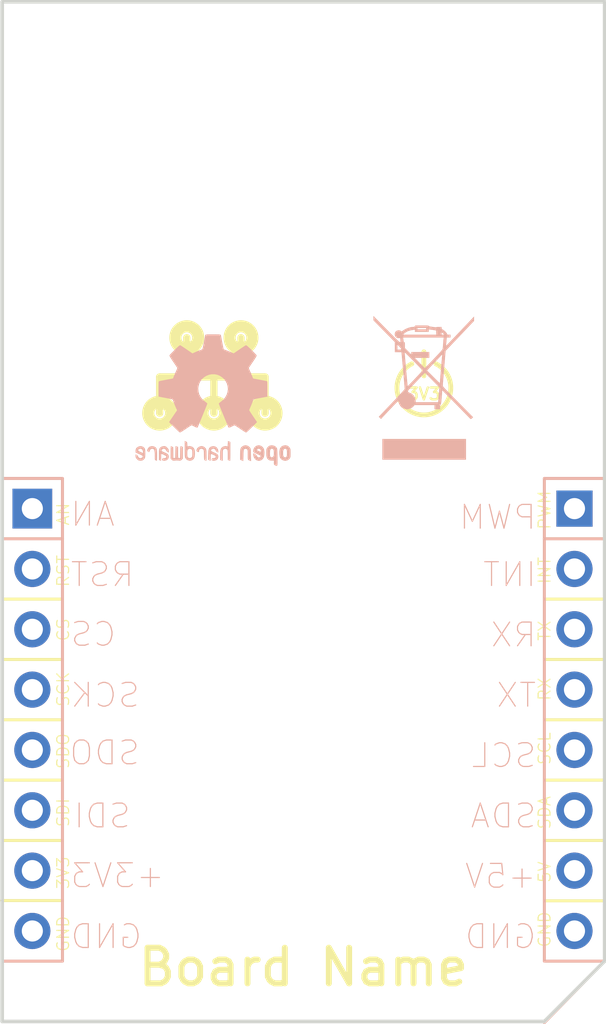
<source format=kicad_pcb>
(kicad_pcb (version 20171130) (host pcbnew "(5.0.1-3-g963ef8bb5)")

  (general
    (thickness 1.6)
    (drawings 9)
    (tracks 0)
    (zones 0)
    (modules 4)
    (nets 16)
  )

  (page A4)
  (layers
    (0 F.Cu signal)
    (31 B.Cu signal)
    (32 B.Adhes user)
    (33 F.Adhes user)
    (34 B.Paste user)
    (35 F.Paste user)
    (36 B.SilkS user)
    (37 F.SilkS user)
    (38 B.Mask user)
    (39 F.Mask user)
    (40 Dwgs.User user)
    (41 Cmts.User user)
    (42 Eco1.User user)
    (43 Eco2.User user)
    (44 Edge.Cuts user)
    (45 Margin user)
    (46 B.CrtYd user)
    (47 F.CrtYd user)
    (48 B.Fab user)
    (49 F.Fab user)
  )

  (setup
    (last_trace_width 0.25)
    (trace_clearance 0.2)
    (zone_clearance 0.508)
    (zone_45_only no)
    (trace_min 0.2)
    (segment_width 0.2)
    (edge_width 0.15)
    (via_size 0.8)
    (via_drill 0.4)
    (via_min_size 0.4)
    (via_min_drill 0.3)
    (uvia_size 0.3)
    (uvia_drill 0.1)
    (uvias_allowed no)
    (uvia_min_size 0.2)
    (uvia_min_drill 0.1)
    (pcb_text_width 0.3)
    (pcb_text_size 1.5 1.5)
    (mod_edge_width 0.15)
    (mod_text_size 1 1)
    (mod_text_width 0.15)
    (pad_size 1.524 1.524)
    (pad_drill 0.762)
    (pad_to_mask_clearance 0.051)
    (solder_mask_min_width 0.25)
    (aux_axis_origin 0 0)
    (visible_elements FFFFFF7F)
    (pcbplotparams
      (layerselection 0x010fc_ffffffff)
      (usegerberextensions false)
      (usegerberattributes false)
      (usegerberadvancedattributes false)
      (creategerberjobfile false)
      (excludeedgelayer true)
      (linewidth 0.100000)
      (plotframeref false)
      (viasonmask false)
      (mode 1)
      (useauxorigin false)
      (hpglpennumber 1)
      (hpglpenspeed 20)
      (hpglpendiameter 15.000000)
      (psnegative false)
      (psa4output false)
      (plotreference true)
      (plotvalue true)
      (plotinvisibletext false)
      (padsonsilk false)
      (subtractmaskfromsilk false)
      (outputformat 1)
      (mirror false)
      (drillshape 1)
      (scaleselection 1)
      (outputdirectory ""))
  )

  (net 0 "")
  (net 1 "Net-(CON101-PadP3)")
  (net 2 "Net-(CON101-PadP4)")
  (net 3 "Net-(CON101-PadP5)")
  (net 4 "Net-(CON101-PadP6)")
  (net 5 +3V3)
  (net 6 GND)
  (net 7 +5V)
  (net 8 "Net-(CON101-PadP11)")
  (net 9 "Net-(CON101-PadP12)")
  (net 10 "Net-(CON101-PadP13)")
  (net 11 "Net-(CON101-PadP14)")
  (net 12 "Net-(CON101-PadP1)")
  (net 13 "Net-(CON101-PadP2)")
  (net 14 "Net-(CON101-PadP15)")
  (net 15 "Net-(CON101-PadP16)")

  (net_class Default "This is the default net class."
    (clearance 0.2)
    (trace_width 0.25)
    (via_dia 0.8)
    (via_drill 0.4)
    (uvia_dia 0.3)
    (uvia_drill 0.1)
    (add_net +3V3)
    (add_net +5V)
    (add_net GND)
    (add_net "Net-(CON101-PadP1)")
    (add_net "Net-(CON101-PadP11)")
    (add_net "Net-(CON101-PadP12)")
    (add_net "Net-(CON101-PadP13)")
    (add_net "Net-(CON101-PadP14)")
    (add_net "Net-(CON101-PadP15)")
    (add_net "Net-(CON101-PadP16)")
    (add_net "Net-(CON101-PadP2)")
    (add_net "Net-(CON101-PadP3)")
    (add_net "Net-(CON101-PadP4)")
    (add_net "Net-(CON101-PadP5)")
    (add_net "Net-(CON101-PadP6)")
  )

  (module mikroBUS:MIKROBUS_MODULE_CONN (layer F.Cu) (tedit 5C63120E) (tstamp 5C65203B)
    (at 147.066 98.552)
    (tags mikrobus)
    (path /5C620177)
    (fp_text reference CON101 (at 9.906 -0.254) (layer F.Fab)
      (effects (font (size 1 0.9) (thickness 0.05)))
    )
    (fp_text value MIKROBUS_MODULE_CONN (at 11.8 18) (layer F.SilkS) hide
      (effects (font (size 4 3.5) (thickness 0.15)))
    )
    (fp_line (start 21.59 1.27) (end 24.13 1.27) (layer F.SilkS) (width 0.127))
    (fp_line (start -1.27 1.27) (end 1.27 1.27) (layer F.SilkS) (width 0.127))
    (fp_line (start 24.13 19.05) (end 21.6 21.64) (layer F.Fab) (width 0.127))
    (fp_text user AN (at 1.3 0.235 90) (layer F.SilkS)
      (effects (font (size 0.5 0.5) (thickness 0.05)))
    )
    (fp_text user RST (at 1.3 2.623639 90) (layer F.SilkS)
      (effects (font (size 0.5 0.5) (thickness 0.05)))
    )
    (fp_text user CS (at 1.3 5.1 90) (layer F.SilkS)
      (effects (font (size 0.5 0.5) (thickness 0.05)))
    )
    (fp_text user SCK (at 1.3 7.6 90) (layer F.SilkS)
      (effects (font (size 0.5 0.5) (thickness 0.05)))
    )
    (fp_text user SDO (at 1.3 10.206221 90) (layer F.SilkS)
      (effects (font (size 0.5 0.5) (thickness 0.05)))
    )
    (fp_text user SDI (at 1.3 12.797241 90) (layer F.SilkS)
      (effects (font (size 0.5 0.5) (thickness 0.05)))
    )
    (fp_text user 3V3 (at 1.3 15.328737 90) (layer F.SilkS)
      (effects (font (size 0.5 0.5) (thickness 0.05)))
    )
    (fp_text user GND (at 1.3 17.9 90) (layer F.SilkS)
      (effects (font (size 0.5 0.5) (thickness 0.05)))
    )
    (fp_text user GND (at 21.597534 17.715 90) (layer F.SilkS)
      (effects (font (size 0.5 0.5) (thickness 0.05)))
    )
    (fp_text user 5V (at 21.597534 15.3 90) (layer F.SilkS)
      (effects (font (size 0.5 0.5) (thickness 0.05)))
    )
    (fp_text user SDA (at 21.597534 12.8 90) (layer F.SilkS)
      (effects (font (size 0.5 0.5) (thickness 0.05)))
    )
    (fp_text user SCL (at 21.597534 10.1 90) (layer F.SilkS)
      (effects (font (size 0.5 0.5) (thickness 0.05)))
    )
    (fp_text user RX (at 21.597534 7.6 90) (layer F.SilkS)
      (effects (font (size 0.5 0.5) (thickness 0.05)))
    )
    (fp_text user TX (at 21.597534 5.141427 90) (layer F.SilkS)
      (effects (font (size 0.5 0.5) (thickness 0.05)))
    )
    (fp_text user INT (at 21.597534 2.6 90) (layer F.SilkS)
      (effects (font (size 0.5 0.5) (thickness 0.05)))
    )
    (fp_text user PWM (at 21.597534 0.062 90) (layer F.SilkS)
      (effects (font (size 0.5 0.5) (thickness 0.05)))
    )
    (fp_text user AN (at 2.548191 0.235) (layer B.SilkS)
      (effects (font (size 1 1) (thickness 0.05)) (justify mirror))
    )
    (fp_text user RST (at 2.952953 2.775) (layer B.SilkS)
      (effects (font (size 1 1) (thickness 0.05)) (justify mirror))
    )
    (fp_text user CS (at 2.572 5.2896) (layer B.SilkS)
      (effects (font (size 1 1) (thickness 0.05)) (justify mirror))
    )
    (fp_text user SCK (at 3.072 7.855) (layer B.SilkS)
      (effects (font (size 1 1) (thickness 0.05)) (justify mirror))
    )
    (fp_text user SDO (at 3.05 10.28) (layer B.SilkS)
      (effects (font (size 1 1) (thickness 0.05)) (justify mirror))
    )
    (fp_text user SDI (at 2.95 12.935) (layer B.SilkS)
      (effects (font (size 1 1) (thickness 0.05)) (justify mirror))
    )
    (fp_text user +3V3 (at 3.59581 15.4496) (layer B.SilkS)
      (effects (font (size 1 1) (thickness 0.05)) (justify mirror))
    )
    (fp_text user GND (at 3.119619 18.015) (layer B.SilkS)
      (effects (font (size 1 1) (thickness 0.05)) (justify mirror))
    )
    (fp_text user GND (at 19.743847 18.015) (layer B.SilkS)
      (effects (font (size 1 1) (thickness 0.05)) (justify mirror))
    )
    (fp_text user +5V (at 19.743847 15.475) (layer B.SilkS)
      (effects (font (size 1 1) (thickness 0.05)) (justify mirror))
    )
    (fp_text user SDA (at 19.862895 12.935) (layer B.SilkS)
      (effects (font (size 1 1) (thickness 0.05)) (justify mirror))
    )
    (fp_text user SCL (at 19.886704 10.395) (layer B.SilkS)
      (effects (font (size 1 1) (thickness 0.05)) (justify mirror))
    )
    (fp_text user TX (at 20.410514 7.855) (layer B.SilkS)
      (effects (font (size 1 1) (thickness 0.05)) (justify mirror))
    )
    (fp_text user RX (at 20.291466 5.315) (layer B.SilkS)
      (effects (font (size 1 1) (thickness 0.05)) (justify mirror))
    )
    (fp_text user INT (at 20.1248 2.775) (layer B.SilkS)
      (effects (font (size 1 1) (thickness 0.05)) (justify mirror))
    )
    (fp_text user PWM (at 19.6248 0.362) (layer B.SilkS)
      (effects (font (size 1 1) (thickness 0.05)) (justify mirror))
    )
    (fp_line (start 24.13 19.05) (end 21.59 21.64) (layer B.SilkS) (width 0.127))
    (fp_line (start -1.27 1.27) (end 1.27 1.27) (layer B.SilkS) (width 0.127))
    (fp_line (start 21.59 -1.27) (end 24.13 -1.27) (layer B.SilkS) (width 0.127))
    (fp_line (start 21.59 19.05) (end 24.13 19.05) (layer B.SilkS) (width 0.127))
    (fp_line (start 21.59 1.27) (end 21.59 19.05) (layer B.SilkS) (width 0.127))
    (fp_line (start 21.59 -1.27) (end 21.59 1.27) (layer B.SilkS) (width 0.127))
    (fp_line (start 24.13 -1.27) (end 24.13 19.05) (layer B.SilkS) (width 0.127))
    (fp_line (start 21.59 1.27) (end 24.13 1.27) (layer B.SilkS) (width 0.127))
    (fp_line (start 1.27 -1.27) (end -1.27 -1.27) (layer B.SilkS) (width 0.127))
    (fp_line (start 1.27 1.27) (end 1.27 -1.27) (layer B.SilkS) (width 0.127))
    (fp_line (start 1.27 19.05) (end 1.27 1.27) (layer B.SilkS) (width 0.127))
    (fp_line (start -1.27 19.05) (end 1.27 19.05) (layer B.SilkS) (width 0.127))
    (fp_line (start -1.27 1.27) (end -1.27 19.05) (layer B.SilkS) (width 0.127))
    (fp_line (start -1.27 -1.27) (end -1.27 1.27) (layer B.SilkS) (width 0.127))
    (fp_line (start -1.27 3.81) (end 1.27 3.81) (layer F.SilkS) (width 0.127))
    (fp_line (start -1.27 6.35) (end 1.27 6.35) (layer F.SilkS) (width 0.127))
    (fp_line (start -1.27 8.89) (end 1.27 8.89) (layer F.SilkS) (width 0.127))
    (fp_line (start -1.27 11.43) (end 1.27 11.43) (layer F.SilkS) (width 0.127))
    (fp_line (start -1.27 13.97) (end 1.27 13.97) (layer F.SilkS) (width 0.127))
    (fp_line (start -1.3 16.5) (end 1.24 16.5) (layer F.SilkS) (width 0.127))
    (fp_line (start 21.59 3.81) (end 24.13 3.81) (layer F.SilkS) (width 0.127))
    (fp_line (start 21.59 6.35) (end 24.13 6.35) (layer F.SilkS) (width 0.127))
    (fp_line (start 21.59 8.89) (end 24.13 8.89) (layer F.SilkS) (width 0.127))
    (fp_line (start 21.59 11.43) (end 24.13 11.43) (layer F.SilkS) (width 0.127))
    (fp_line (start 21.59 13.97) (end 24.13 13.97) (layer F.SilkS) (width 0.127))
    (fp_line (start 21.59 16.51) (end 24.13 16.51) (layer F.SilkS) (width 0.127))
    (pad P1 thru_hole rect (at 0 0) (size 1.6764 1.6764) (drill 0.889) (layers *.Cu *.Mask)
      (net 12 "Net-(CON101-PadP1)"))
    (pad P2 thru_hole circle (at 0 2.54) (size 1.524 1.524) (drill 0.889) (layers *.Cu *.Mask)
      (net 13 "Net-(CON101-PadP2)"))
    (pad P3 thru_hole circle (at 0 5.08) (size 1.524 1.524) (drill 0.889) (layers *.Cu *.Mask)
      (net 1 "Net-(CON101-PadP3)"))
    (pad P4 thru_hole circle (at 0 7.62) (size 1.524 1.524) (drill 0.889) (layers *.Cu *.Mask)
      (net 2 "Net-(CON101-PadP4)"))
    (pad P5 thru_hole circle (at 0 10.16) (size 1.524 1.524) (drill 0.889) (layers *.Cu *.Mask)
      (net 3 "Net-(CON101-PadP5)"))
    (pad P6 thru_hole circle (at 0 12.7) (size 1.524 1.524) (drill 0.889) (layers *.Cu *.Mask)
      (net 4 "Net-(CON101-PadP6)"))
    (pad P7 thru_hole circle (at 0 15.24) (size 1.524 1.524) (drill 0.889) (layers *.Cu *.Mask)
      (net 5 +3V3))
    (pad P8 thru_hole circle (at 0 17.78) (size 1.524 1.524) (drill 0.889) (layers *.Cu *.Mask)
      (net 6 GND))
    (pad P9 thru_hole circle (at 22.86 17.78) (size 1.524 1.524) (drill 0.889) (layers *.Cu *.Mask)
      (net 6 GND))
    (pad P10 thru_hole circle (at 22.86 15.24) (size 1.524 1.524) (drill 0.889) (layers *.Cu *.Mask)
      (net 7 +5V))
    (pad P11 thru_hole circle (at 22.86 12.7) (size 1.524 1.524) (drill 0.889) (layers *.Cu *.Mask)
      (net 8 "Net-(CON101-PadP11)"))
    (pad P12 thru_hole circle (at 22.86 10.16) (size 1.524 1.524) (drill 0.889) (layers *.Cu *.Mask)
      (net 9 "Net-(CON101-PadP12)"))
    (pad P13 thru_hole circle (at 22.86 7.62) (size 1.524 1.524) (drill 0.889) (layers *.Cu *.Mask)
      (net 10 "Net-(CON101-PadP13)"))
    (pad P14 thru_hole circle (at 22.86 5.08) (size 1.524 1.524) (drill 0.889) (layers *.Cu *.Mask)
      (net 11 "Net-(CON101-PadP14)"))
    (pad P15 thru_hole circle (at 22.86 2.54) (size 1.524 1.524) (drill 0.889) (layers *.Cu *.Mask)
      (net 14 "Net-(CON101-PadP15)"))
    (pad P16 thru_hole rect (at 22.86 0) (size 1.524 1.524) (drill 0.889) (layers *.Cu *.Mask)
      (net 15 "Net-(CON101-PadP16)"))
  )

  (module mikroBUS:MIKROBUS_LOGO locked (layer F.Cu) (tedit 5C631067) (tstamp 5C65A23C)
    (at 154.686 94.488)
    (tags mikrobus)
    (zone_connect 0)
    (attr virtual)
    (fp_text reference * (at 6.3 3.9) (layer F.SilkS) hide
      (effects (font (size 1 0.9) (thickness 0.05)))
    )
    (fp_text value MIKROCLICK_LOGO (at -0.3 3.9) (layer F.Fab) hide
      (effects (font (size 1 0.9) (thickness 0.05)))
    )
    (fp_circle (center -1.108 -3.1308) (end -0.8794 -3.1308) (layer F.SilkS) (width 0.508))
    (fp_circle (center -2.251 0.0442) (end -2.0224 0.0442) (layer F.SilkS) (width 0.508))
    (fp_circle (center 0.035 0.0442) (end 0.2636 0.0442) (layer F.SilkS) (width 0.508))
    (fp_circle (center 2.194 0.0442) (end 2.4226 0.0442) (layer F.SilkS) (width 0.508))
    (fp_circle (center 1.178 -3.1308) (end 1.4066 -3.1308) (layer F.SilkS) (width 0.508))
    (fp_line (start -1.108 -1.4798) (end -1.108 -3.1308) (layer F.SilkS) (width 0.3048))
    (fp_line (start 1.178 -1.4798) (end 1.178 -3.1308) (layer F.SilkS) (width 0.3048))
    (fp_line (start -2.251 -1.4798) (end -2.251 0.0442) (layer F.SilkS) (width 0.3048))
    (fp_line (start 0.035 -1.4798) (end 0.035 0.0442) (layer F.SilkS) (width 0.3048))
    (fp_line (start 2.194 -1.4798) (end 2.194 0.0442) (layer F.SilkS) (width 0.3048))
    (fp_line (start -1.108 -1.4798) (end -2.251 -1.4798) (layer F.SilkS) (width 0.3048))
    (fp_line (start 0.035 -1.4798) (end -1.108 -1.4798) (layer F.SilkS) (width 0.3048))
    (fp_line (start 1.178 -1.4798) (end 0.035 -1.4798) (layer F.SilkS) (width 0.3048))
    (fp_line (start 2.194 -1.4798) (end 1.178 -1.4798) (layer F.SilkS) (width 0.3048))
  )

  (module Symbols:WEEE-Logo_4.2x6mm_SilkScreen (layer B.Cu) (tedit 0) (tstamp 5C65968F)
    (at 163.576 93.472 180)
    (descr "Waste Electrical and Electronic Equipment Directive")
    (tags "Logo WEEE")
    (attr virtual)
    (fp_text reference REF*** (at 0 0 180) (layer B.SilkS) hide
      (effects (font (size 1 1) (thickness 0.15)) (justify mirror))
    )
    (fp_text value WEEE-Logo_4.2x6mm_SilkScreen (at 0.75 0 180) (layer B.Fab) hide
      (effects (font (size 1 1) (thickness 0.15)) (justify mirror))
    )
    (fp_poly (pts (xy 1.747822 -3.017822) (xy -1.772971 -3.017822) (xy -1.772971 -2.150198) (xy 1.747822 -2.150198)
      (xy 1.747822 -3.017822)) (layer B.SilkS) (width 0.01))
    (fp_poly (pts (xy 2.12443 2.935152) (xy 2.123811 2.848069) (xy 1.672086 2.389109) (xy 1.220361 1.930148)
      (xy 1.220032 1.719529) (xy 1.219703 1.508911) (xy 0.94461 1.508911) (xy 0.937522 1.45547)
      (xy 0.934838 1.431112) (xy 0.930313 1.385241) (xy 0.924191 1.320595) (xy 0.916712 1.239909)
      (xy 0.908119 1.145919) (xy 0.898654 1.041363) (xy 0.888558 0.928975) (xy 0.878074 0.811493)
      (xy 0.867444 0.691652) (xy 0.856909 0.572189) (xy 0.846713 0.455841) (xy 0.837095 0.345343)
      (xy 0.8283 0.243431) (xy 0.820568 0.152842) (xy 0.814142 0.076313) (xy 0.809263 0.016579)
      (xy 0.806175 -0.023624) (xy 0.805117 -0.041559) (xy 0.805118 -0.041644) (xy 0.812827 -0.056035)
      (xy 0.835981 -0.085748) (xy 0.874895 -0.131131) (xy 0.929884 -0.192529) (xy 1.001264 -0.270288)
      (xy 1.089349 -0.364754) (xy 1.194454 -0.476272) (xy 1.316895 -0.605188) (xy 1.35131 -0.641287)
      (xy 1.897137 -1.213416) (xy 1.808881 -1.301436) (xy 1.737485 -1.223758) (xy 1.711366 -1.195686)
      (xy 1.670566 -1.152274) (xy 1.617777 -1.096366) (xy 1.555691 -1.030808) (xy 1.487 -0.958441)
      (xy 1.414396 -0.882112) (xy 1.37096 -0.836524) (xy 1.289416 -0.751119) (xy 1.223504 -0.68271)
      (xy 1.171544 -0.630053) (xy 1.131855 -0.591905) (xy 1.102757 -0.56702) (xy 1.082569 -0.554156)
      (xy 1.06961 -0.552068) (xy 1.0622 -0.559513) (xy 1.058658 -0.575246) (xy 1.057303 -0.598023)
      (xy 1.057121 -0.604239) (xy 1.047703 -0.647061) (xy 1.024497 -0.698819) (xy 0.992136 -0.751328)
      (xy 0.955252 -0.796403) (xy 0.940493 -0.810328) (xy 0.864767 -0.859047) (xy 0.776308 -0.886306)
      (xy 0.6981 -0.892773) (xy 0.609468 -0.880576) (xy 0.527612 -0.844813) (xy 0.455164 -0.786722)
      (xy 0.441797 -0.772262) (xy 0.392918 -0.716733) (xy -0.452674 -0.716733) (xy -0.452674 -0.892773)
      (xy -0.67901 -0.892773) (xy -0.67901 -0.810531) (xy -0.68185 -0.754386) (xy -0.691393 -0.715416)
      (xy -0.702991 -0.694219) (xy -0.711277 -0.679052) (xy -0.718373 -0.657062) (xy -0.724748 -0.624987)
      (xy -0.730872 -0.579569) (xy -0.737216 -0.517548) (xy -0.74425 -0.435662) (xy -0.749066 -0.374746)
      (xy -0.771161 -0.089343) (xy -1.313565 -0.638805) (xy -1.411637 -0.738228) (xy -1.505784 -0.833815)
      (xy -1.594285 -0.92381) (xy -1.67542 -1.006457) (xy -1.747469 -1.080001) (xy -1.808712 -1.142684)
      (xy -1.857427 -1.192752) (xy -1.891896 -1.228448) (xy -1.910379 -1.247995) (xy -1.940743 -1.278944)
      (xy -1.966071 -1.30053) (xy -1.979695 -1.307723) (xy -1.997095 -1.299297) (xy -2.02246 -1.278245)
      (xy -2.031058 -1.269671) (xy -2.067514 -1.23162) (xy -1.866802 -1.027658) (xy -1.815596 -0.975699)
      (xy -1.749569 -0.90882) (xy -1.671618 -0.82995) (xy -1.584638 -0.742014) (xy -1.491526 -0.647941)
      (xy -1.395179 -0.550658) (xy -1.298492 -0.453093) (xy -1.229134 -0.383145) (xy -1.123703 -0.27655)
      (xy -1.035129 -0.186307) (xy -0.962281 -0.111192) (xy -0.904023 -0.049986) (xy -0.859225 -0.001466)
      (xy -0.837021 0.023871) (xy -0.658724 0.023871) (xy -0.636401 -0.261555) (xy -0.629669 -0.345219)
      (xy -0.623157 -0.421727) (xy -0.617234 -0.487081) (xy -0.612268 -0.537281) (xy -0.608629 -0.568329)
      (xy -0.607458 -0.575273) (xy -0.600838 -0.603565) (xy 0.348636 -0.603565) (xy 0.354974 -0.524606)
      (xy 0.37411 -0.431315) (xy 0.414154 -0.348791) (xy 0.472582 -0.280038) (xy 0.546871 -0.228063)
      (xy 0.630252 -0.196863) (xy 0.657302 -0.182228) (xy 0.670844 -0.150819) (xy 0.671128 -0.149434)
      (xy 0.672753 -0.136174) (xy 0.670744 -0.122595) (xy 0.663142 -0.106181) (xy 0.647984 -0.084411)
      (xy 0.623312 -0.054767) (xy 0.587164 -0.014732) (xy 0.53758 0.038215) (xy 0.472599 0.106591)
      (xy 0.468401 0.110995) (xy 0.398507 0.184389) (xy 0.3242 0.262563) (xy 0.250586 0.340136)
      (xy 0.182771 0.411725) (xy 0.12586 0.471949) (xy 0.113168 0.485413) (xy 0.064513 0.53618)
      (xy 0.021291 0.579625) (xy -0.013395 0.612759) (xy -0.036444 0.632595) (xy -0.044182 0.636954)
      (xy -0.055722 0.62783) (xy -0.08271 0.6028) (xy -0.123021 0.563948) (xy -0.174529 0.513357)
      (xy -0.235109 0.453112) (xy -0.302636 0.385296) (xy -0.357826 0.329435) (xy -0.658724 0.023871)
      (xy -0.837021 0.023871) (xy -0.826751 0.035589) (xy -0.805471 0.062401) (xy -0.794251 0.080192)
      (xy -0.791754 0.08843) (xy -0.7927 0.10641) (xy -0.795573 0.147108) (xy -0.800187 0.208181)
      (xy -0.806358 0.287287) (xy -0.813898 0.382086) (xy -0.822621 0.490233) (xy -0.832343 0.609388)
      (xy -0.842876 0.737209) (xy -0.851365 0.839365) (xy -0.899396 1.415326) (xy -0.775805 1.415326)
      (xy -0.775273 1.402896) (xy -0.772769 1.36789) (xy -0.768496 1.312785) (xy -0.762653 1.240057)
      (xy -0.755443 1.152186) (xy -0.747066 1.051649) (xy -0.737723 0.940923) (xy -0.728758 0.835795)
      (xy -0.718602 0.716517) (xy -0.709142 0.60392) (xy -0.700596 0.500695) (xy -0.693179 0.409527)
      (xy -0.687108 0.333105) (xy -0.682601 0.274117) (xy -0.679873 0.235251) (xy -0.679116 0.220156)
      (xy -0.677935 0.210762) (xy -0.673256 0.207034) (xy -0.663276 0.210529) (xy -0.64619 0.222801)
      (xy -0.620196 0.245406) (xy -0.58349 0.2799) (xy -0.534267 0.327838) (xy -0.470726 0.390776)
      (xy -0.403305 0.458032) (xy -0.127601 0.733523) (xy -0.129533 0.735594) (xy 0.05271 0.735594)
      (xy 0.061016 0.72422) (xy 0.084267 0.697437) (xy 0.120135 0.657708) (xy 0.166287 0.607493)
      (xy 0.220394 0.549254) (xy 0.280126 0.485453) (xy 0.343152 0.418551) (xy 0.407142 0.35101)
      (xy 0.469764 0.28529) (xy 0.52869 0.223854) (xy 0.581588 0.169163) (xy 0.626128 0.123678)
      (xy 0.65998 0.089862) (xy 0.680812 0.070174) (xy 0.686494 0.066163) (xy 0.688366 0.079109)
      (xy 0.692254 0.114866) (xy 0.697943 0.171196) (xy 0.705219 0.24586) (xy 0.713869 0.33662)
      (xy 0.723678 0.441238) (xy 0.734434 0.557474) (xy 0.745921 0.683092) (xy 0.755093 0.784382)
      (xy 0.766826 0.915721) (xy 0.777665 1.039448) (xy 0.78743 1.153319) (xy 0.795937 1.255089)
      (xy 0.803005 1.342513) (xy 0.808451 1.413347) (xy 0.812092 1.465347) (xy 0.813747 1.496268)
      (xy 0.813558 1.504297) (xy 0.803666 1.497146) (xy 0.778476 1.474159) (xy 0.74019 1.437561)
      (xy 0.691011 1.389578) (xy 0.633139 1.332434) (xy 0.568778 1.268353) (xy 0.500129 1.199562)
      (xy 0.429395 1.128284) (xy 0.358778 1.056745) (xy 0.29048 0.98717) (xy 0.226704 0.921783)
      (xy 0.16965 0.862809) (xy 0.121522 0.812473) (xy 0.084522 0.773001) (xy 0.060852 0.746617)
      (xy 0.05271 0.735594) (xy -0.129533 0.735594) (xy -0.230409 0.843705) (xy -0.282768 0.899623)
      (xy -0.341535 0.962052) (xy -0.404385 1.028557) (xy -0.468995 1.096702) (xy -0.533042 1.164052)
      (xy -0.594203 1.228172) (xy -0.650153 1.286628) (xy -0.69857 1.336982) (xy -0.73713 1.376802)
      (xy -0.763509 1.40365) (xy -0.775384 1.415092) (xy -0.775805 1.415326) (xy -0.899396 1.415326)
      (xy -0.911401 1.559274) (xy -1.511938 2.190842) (xy -2.112475 2.822411) (xy -2.112034 2.910685)
      (xy -2.111592 2.99896) (xy -2.014583 2.895334) (xy -1.960291 2.837537) (xy -1.896192 2.769632)
      (xy -1.824016 2.693428) (xy -1.745492 2.610731) (xy -1.662349 2.523347) (xy -1.576319 2.433085)
      (xy -1.48913 2.34175) (xy -1.402513 2.251151) (xy -1.318197 2.163093) (xy -1.237912 2.079385)
      (xy -1.163387 2.001833) (xy -1.096354 1.932243) (xy -1.038541 1.872424) (xy -0.991679 1.824182)
      (xy -0.957496 1.789324) (xy -0.937724 1.769657) (xy -0.93339 1.765884) (xy -0.933092 1.779008)
      (xy -0.934731 1.812611) (xy -0.938023 1.86212) (xy -0.942682 1.922963) (xy -0.944682 1.947268)
      (xy -0.959577 2.125049) (xy -0.842955 2.125049) (xy -0.836934 2.096757) (xy -0.833863 2.074382)
      (xy -0.829548 2.032283) (xy -0.824488 1.975822) (xy -0.819181 1.910365) (xy -0.817344 1.886138)
      (xy -0.811927 1.816579) (xy -0.806459 1.751982) (xy -0.801488 1.698452) (xy -0.797561 1.66209)
      (xy -0.796675 1.655491) (xy -0.793334 1.641944) (xy -0.786101 1.626086) (xy -0.77344 1.606139)
      (xy -0.753811 1.580327) (xy -0.725678 1.546871) (xy -0.687502 1.503993) (xy -0.637746 1.449917)
      (xy -0.574871 1.382864) (xy -0.497341 1.301057) (xy -0.418251 1.21805) (xy -0.339564 1.135906)
      (xy -0.266112 1.059831) (xy -0.199724 0.991675) (xy -0.142227 0.933288) (xy -0.095451 0.886519)
      (xy -0.061224 0.853218) (xy -0.041373 0.835233) (xy -0.03714 0.832558) (xy -0.026003 0.842259)
      (xy 0.000029 0.867559) (xy 0.03843 0.905918) (xy 0.086672 0.9548) (xy 0.14223 1.011666)
      (xy 0.182408 1.053094) (xy 0.392169 1.27) (xy -0.226337 1.27) (xy -0.226337 1.508911)
      (xy 0.528119 1.508911) (xy 0.528119 1.402458) (xy 0.666435 1.540346) (xy 0.764553 1.63816)
      (xy 0.955643 1.63816) (xy 0.957471 1.62273) (xy 0.966723 1.614133) (xy 0.98905 1.610387)
      (xy 1.030105 1.609511) (xy 1.037376 1.609505) (xy 1.119109 1.609505) (xy 1.119109 1.828828)
      (xy 1.037376 1.747821) (xy 0.99127 1.698572) (xy 0.963694 1.660841) (xy 0.955643 1.63816)
      (xy 0.764553 1.63816) (xy 0.804752 1.678234) (xy 0.804752 1.801048) (xy 0.805137 1.85755)
      (xy 0.8069 1.893495) (xy 0.81095 1.91347) (xy 0.818199 1.922063) (xy 0.82913 1.923861)
      (xy 0.841288 1.926502) (xy 0.850273 1.937088) (xy 0.857174 1.959619) (xy 0.863076 1.998091)
      (xy 0.869065 2.056502) (xy 0.870987 2.077896) (xy 0.875148 2.125049) (xy -0.842955 2.125049)
      (xy -0.959577 2.125049) (xy -1.119109 2.125049) (xy -1.119109 2.238218) (xy -1.051314 2.238218)
      (xy -1.011662 2.239304) (xy -0.990116 2.244546) (xy -0.98748 2.247666) (xy -0.848616 2.247666)
      (xy -0.841308 2.240538) (xy -0.815993 2.238338) (xy -0.798908 2.238218) (xy -0.741881 2.238218)
      (xy -0.529221 2.238218) (xy 0.885302 2.238218) (xy 0.837458 2.287214) (xy 0.76315 2.347676)
      (xy 0.671184 2.394309) (xy 0.560002 2.427751) (xy 0.449529 2.446247) (xy 0.377227 2.454878)
      (xy 0.377227 2.36396) (xy -0.201188 2.36396) (xy -0.201188 2.467107) (xy -0.286065 2.458504)
      (xy -0.345368 2.451244) (xy -0.408551 2.441621) (xy -0.446386 2.434748) (xy -0.521832 2.419593)
      (xy -0.525526 2.328905) (xy -0.529221 2.238218) (xy -0.741881 2.238218) (xy -0.741881 2.288515)
      (xy -0.743544 2.320024) (xy -0.747697 2.337537) (xy -0.749371 2.338812) (xy -0.767987 2.330746)
      (xy -0.795183 2.31118) (xy -0.822448 2.287056) (xy -0.841267 2.265318) (xy -0.842943 2.262492)
      (xy -0.848616 2.247666) (xy -0.98748 2.247666) (xy -0.979662 2.256919) (xy -0.975442 2.270396)
      (xy -0.958219 2.305373) (xy -0.925138 2.347421) (xy -0.881893 2.390644) (xy -0.834174 2.429146)
      (xy -0.80283 2.449199) (xy -0.767123 2.471149) (xy -0.748819 2.489589) (xy -0.742388 2.511332)
      (xy -0.741894 2.524282) (xy -0.741894 2.527425) (xy -0.100594 2.527425) (xy -0.100594 2.464554)
      (xy 0.276633 2.464554) (xy 0.276633 2.527425) (xy -0.100594 2.527425) (xy -0.741894 2.527425)
      (xy -0.741881 2.565148) (xy -0.636048 2.565148) (xy -0.587355 2.563971) (xy -0.549405 2.560835)
      (xy -0.528308 2.556329) (xy -0.526023 2.554505) (xy -0.512641 2.551705) (xy -0.480074 2.552852)
      (xy -0.433916 2.557607) (xy -0.402376 2.561997) (xy -0.345188 2.570622) (xy -0.292886 2.578409)
      (xy -0.253582 2.584153) (xy -0.242055 2.585785) (xy -0.211937 2.595112) (xy -0.201188 2.609728)
      (xy -0.19792 2.61568) (xy -0.18623 2.620222) (xy -0.163288 2.62353) (xy -0.126265 2.625785)
      (xy -0.072332 2.627166) (xy 0.00134 2.62785) (xy 0.08802 2.62802) (xy 0.180529 2.627923)
      (xy 0.250906 2.62747) (xy 0.302164 2.62641) (xy 0.33732 2.624497) (xy 0.359389 2.621481)
      (xy 0.371385 2.617115) (xy 0.376324 2.611151) (xy 0.377227 2.604216) (xy 0.384921 2.582205)
      (xy 0.410121 2.569679) (xy 0.456009 2.565212) (xy 0.464264 2.565148) (xy 0.541973 2.557132)
      (xy 0.630233 2.535064) (xy 0.721085 2.501916) (xy 0.80657 2.460661) (xy 0.878726 2.414269)
      (xy 0.888072 2.406918) (xy 0.918533 2.383002) (xy 0.936572 2.373424) (xy 0.949169 2.37652)
      (xy 0.9621 2.389296) (xy 1.000293 2.414322) (xy 1.049998 2.423929) (xy 1.103524 2.418933)
      (xy 1.153178 2.400149) (xy 1.191267 2.368394) (xy 1.194025 2.364703) (xy 1.222526 2.305425)
      (xy 1.227828 2.244066) (xy 1.210518 2.185573) (xy 1.17118 2.134896) (xy 1.16637 2.130711)
      (xy 1.13844 2.110833) (xy 1.110102 2.102079) (xy 1.070263 2.101447) (xy 1.060311 2.102008)
      (xy 1.021332 2.103438) (xy 1.001254 2.100161) (xy 0.993985 2.090272) (xy 0.99324 2.081039)
      (xy 0.991716 2.054256) (xy 0.987935 2.013975) (xy 0.985218 1.989876) (xy 0.981277 1.951599)
      (xy 0.982916 1.932004) (xy 0.992421 1.924842) (xy 1.009351 1.923861) (xy 1.019392 1.927099)
      (xy 1.03559 1.93758) (xy 1.059145 1.956452) (xy 1.091257 1.984865) (xy 1.133128 2.023965)
      (xy 1.185957 2.074903) (xy 1.250945 2.138827) (xy 1.329291 2.216886) (xy 1.422197 2.310228)
      (xy 1.530863 2.420002) (xy 1.583231 2.473048) (xy 2.125049 3.022233) (xy 2.12443 2.935152)) (layer B.SilkS) (width 0.01))
  )

  (module Symbols:OSHW-Logo2_7.3x6mm_SilkScreen (layer B.Cu) (tedit 0) (tstamp 5C659785)
    (at 154.686 93.98 180)
    (descr "Open Source Hardware Symbol")
    (tags "Logo Symbol OSHW")
    (attr virtual)
    (fp_text reference REF*** (at 0 0 180) (layer B.SilkS) hide
      (effects (font (size 1 1) (thickness 0.15)) (justify mirror))
    )
    (fp_text value OSHW-Logo2_7.3x6mm_SilkScreen (at 0.75 0 180) (layer B.Fab) hide
      (effects (font (size 1 1) (thickness 0.15)) (justify mirror))
    )
    (fp_poly (pts (xy -2.400256 -1.919918) (xy -2.344799 -1.947568) (xy -2.295852 -1.99848) (xy -2.282371 -2.017338)
      (xy -2.267686 -2.042015) (xy -2.258158 -2.068816) (xy -2.252707 -2.104587) (xy -2.250253 -2.156169)
      (xy -2.249714 -2.224267) (xy -2.252148 -2.317588) (xy -2.260606 -2.387657) (xy -2.276826 -2.439931)
      (xy -2.302546 -2.479869) (xy -2.339503 -2.512929) (xy -2.342218 -2.514886) (xy -2.37864 -2.534908)
      (xy -2.422498 -2.544815) (xy -2.478276 -2.547257) (xy -2.568952 -2.547257) (xy -2.56899 -2.635283)
      (xy -2.569834 -2.684308) (xy -2.574976 -2.713065) (xy -2.588413 -2.730311) (xy -2.614142 -2.744808)
      (xy -2.620321 -2.747769) (xy -2.649236 -2.761648) (xy -2.671624 -2.770414) (xy -2.688271 -2.771171)
      (xy -2.699964 -2.761023) (xy -2.70749 -2.737073) (xy -2.711634 -2.696426) (xy -2.713185 -2.636186)
      (xy -2.712929 -2.553455) (xy -2.711651 -2.445339) (xy -2.711252 -2.413) (xy -2.709815 -2.301524)
      (xy -2.708528 -2.228603) (xy -2.569029 -2.228603) (xy -2.568245 -2.290499) (xy -2.56476 -2.330997)
      (xy -2.556876 -2.357708) (xy -2.542895 -2.378244) (xy -2.533403 -2.38826) (xy -2.494596 -2.417567)
      (xy -2.460237 -2.419952) (xy -2.424784 -2.39575) (xy -2.423886 -2.394857) (xy -2.409461 -2.376153)
      (xy -2.400687 -2.350732) (xy -2.396261 -2.311584) (xy -2.394882 -2.251697) (xy -2.394857 -2.23843)
      (xy -2.398188 -2.155901) (xy -2.409031 -2.098691) (xy -2.42866 -2.063766) (xy -2.45835 -2.048094)
      (xy -2.475509 -2.046514) (xy -2.516234 -2.053926) (xy -2.544168 -2.07833) (xy -2.560983 -2.12298)
      (xy -2.56835 -2.19113) (xy -2.569029 -2.228603) (xy -2.708528 -2.228603) (xy -2.708292 -2.215245)
      (xy -2.706323 -2.150333) (xy -2.70355 -2.102958) (xy -2.699612 -2.06929) (xy -2.694151 -2.045498)
      (xy -2.686808 -2.027753) (xy -2.677223 -2.012224) (xy -2.673113 -2.006381) (xy -2.618595 -1.951185)
      (xy -2.549664 -1.91989) (xy -2.469928 -1.911165) (xy -2.400256 -1.919918)) (layer B.SilkS) (width 0.01))
    (fp_poly (pts (xy -1.283907 -1.92778) (xy -1.237328 -1.954723) (xy -1.204943 -1.981466) (xy -1.181258 -2.009484)
      (xy -1.164941 -2.043748) (xy -1.154661 -2.089227) (xy -1.149086 -2.150892) (xy -1.146884 -2.233711)
      (xy -1.146629 -2.293246) (xy -1.146629 -2.512391) (xy -1.208314 -2.540044) (xy -1.27 -2.567697)
      (xy -1.277257 -2.32767) (xy -1.280256 -2.238028) (xy -1.283402 -2.172962) (xy -1.287299 -2.128026)
      (xy -1.292553 -2.09877) (xy -1.299769 -2.080748) (xy -1.30955 -2.069511) (xy -1.312688 -2.067079)
      (xy -1.360239 -2.048083) (xy -1.408303 -2.0556) (xy -1.436914 -2.075543) (xy -1.448553 -2.089675)
      (xy -1.456609 -2.10822) (xy -1.461729 -2.136334) (xy -1.464559 -2.179173) (xy -1.465744 -2.241895)
      (xy -1.465943 -2.307261) (xy -1.465982 -2.389268) (xy -1.467386 -2.447316) (xy -1.472086 -2.486465)
      (xy -1.482013 -2.51178) (xy -1.499097 -2.528323) (xy -1.525268 -2.541156) (xy -1.560225 -2.554491)
      (xy -1.598404 -2.569007) (xy -1.593859 -2.311389) (xy -1.592029 -2.218519) (xy -1.589888 -2.149889)
      (xy -1.586819 -2.100711) (xy -1.582206 -2.066198) (xy -1.575432 -2.041562) (xy -1.565881 -2.022016)
      (xy -1.554366 -2.00477) (xy -1.49881 -1.94968) (xy -1.43102 -1.917822) (xy -1.357287 -1.910191)
      (xy -1.283907 -1.92778)) (layer B.SilkS) (width 0.01))
    (fp_poly (pts (xy -2.958885 -1.921962) (xy -2.890855 -1.957733) (xy -2.840649 -2.015301) (xy -2.822815 -2.052312)
      (xy -2.808937 -2.107882) (xy -2.801833 -2.178096) (xy -2.80116 -2.254727) (xy -2.806573 -2.329552)
      (xy -2.81773 -2.394342) (xy -2.834286 -2.440873) (xy -2.839374 -2.448887) (xy -2.899645 -2.508707)
      (xy -2.971231 -2.544535) (xy -3.048908 -2.55502) (xy -3.127452 -2.53881) (xy -3.149311 -2.529092)
      (xy -3.191878 -2.499143) (xy -3.229237 -2.459433) (xy -3.232768 -2.454397) (xy -3.247119 -2.430124)
      (xy -3.256606 -2.404178) (xy -3.26221 -2.370022) (xy -3.264914 -2.321119) (xy -3.265701 -2.250935)
      (xy -3.265714 -2.2352) (xy -3.265678 -2.230192) (xy -3.120571 -2.230192) (xy -3.119727 -2.29643)
      (xy -3.116404 -2.340386) (xy -3.109417 -2.368779) (xy -3.097584 -2.388325) (xy -3.091543 -2.394857)
      (xy -3.056814 -2.41968) (xy -3.023097 -2.418548) (xy -2.989005 -2.397016) (xy -2.968671 -2.374029)
      (xy -2.956629 -2.340478) (xy -2.949866 -2.287569) (xy -2.949402 -2.281399) (xy -2.948248 -2.185513)
      (xy -2.960312 -2.114299) (xy -2.98543 -2.068194) (xy -3.02344 -2.047635) (xy -3.037008 -2.046514)
      (xy -3.072636 -2.052152) (xy -3.097006 -2.071686) (xy -3.111907 -2.109042) (xy -3.119125 -2.16815)
      (xy -3.120571 -2.230192) (xy -3.265678 -2.230192) (xy -3.265174 -2.160413) (xy -3.262904 -2.108159)
      (xy -3.257932 -2.071949) (xy -3.249287 -2.045299) (xy -3.235995 -2.021722) (xy -3.233057 -2.017338)
      (xy -3.183687 -1.958249) (xy -3.129891 -1.923947) (xy -3.064398 -1.910331) (xy -3.042158 -1.909665)
      (xy -2.958885 -1.921962)) (layer B.SilkS) (width 0.01))
    (fp_poly (pts (xy -1.831697 -1.931239) (xy -1.774473 -1.969735) (xy -1.730251 -2.025335) (xy -1.703833 -2.096086)
      (xy -1.69849 -2.148162) (xy -1.699097 -2.169893) (xy -1.704178 -2.186531) (xy -1.718145 -2.201437)
      (xy -1.745411 -2.217973) (xy -1.790388 -2.239498) (xy -1.857489 -2.269374) (xy -1.857829 -2.269524)
      (xy -1.919593 -2.297813) (xy -1.970241 -2.322933) (xy -2.004596 -2.342179) (xy -2.017482 -2.352848)
      (xy -2.017486 -2.352934) (xy -2.006128 -2.376166) (xy -1.979569 -2.401774) (xy -1.949077 -2.420221)
      (xy -1.93363 -2.423886) (xy -1.891485 -2.411212) (xy -1.855192 -2.379471) (xy -1.837483 -2.344572)
      (xy -1.820448 -2.318845) (xy -1.787078 -2.289546) (xy -1.747851 -2.264235) (xy -1.713244 -2.250471)
      (xy -1.706007 -2.249714) (xy -1.697861 -2.26216) (xy -1.69737 -2.293972) (xy -1.703357 -2.336866)
      (xy -1.714643 -2.382558) (xy -1.73005 -2.422761) (xy -1.730829 -2.424322) (xy -1.777196 -2.489062)
      (xy -1.837289 -2.533097) (xy -1.905535 -2.554711) (xy -1.976362 -2.552185) (xy -2.044196 -2.523804)
      (xy -2.047212 -2.521808) (xy -2.100573 -2.473448) (xy -2.13566 -2.410352) (xy -2.155078 -2.327387)
      (xy -2.157684 -2.304078) (xy -2.162299 -2.194055) (xy -2.156767 -2.142748) (xy -2.017486 -2.142748)
      (xy -2.015676 -2.174753) (xy -2.005778 -2.184093) (xy -1.981102 -2.177105) (xy -1.942205 -2.160587)
      (xy -1.898725 -2.139881) (xy -1.897644 -2.139333) (xy -1.860791 -2.119949) (xy -1.846 -2.107013)
      (xy -1.849647 -2.093451) (xy -1.865005 -2.075632) (xy -1.904077 -2.049845) (xy -1.946154 -2.04795)
      (xy -1.983897 -2.066717) (xy -2.009966 -2.102915) (xy -2.017486 -2.142748) (xy -2.156767 -2.142748)
      (xy -2.152806 -2.106027) (xy -2.12845 -2.036212) (xy -2.094544 -1.987302) (xy -2.033347 -1.937878)
      (xy -1.965937 -1.913359) (xy -1.89712 -1.911797) (xy -1.831697 -1.931239)) (layer B.SilkS) (width 0.01))
    (fp_poly (pts (xy -0.624114 -1.851289) (xy -0.619861 -1.910613) (xy -0.614975 -1.945572) (xy -0.608205 -1.96082)
      (xy -0.598298 -1.961015) (xy -0.595086 -1.959195) (xy -0.552356 -1.946015) (xy -0.496773 -1.946785)
      (xy -0.440263 -1.960333) (xy -0.404918 -1.977861) (xy -0.368679 -2.005861) (xy -0.342187 -2.037549)
      (xy -0.324001 -2.077813) (xy -0.312678 -2.131543) (xy -0.306778 -2.203626) (xy -0.304857 -2.298951)
      (xy -0.304823 -2.317237) (xy -0.3048 -2.522646) (xy -0.350509 -2.53858) (xy -0.382973 -2.54942)
      (xy -0.400785 -2.554468) (xy -0.401309 -2.554514) (xy -0.403063 -2.540828) (xy -0.404556 -2.503076)
      (xy -0.405674 -2.446224) (xy -0.406303 -2.375234) (xy -0.4064 -2.332073) (xy -0.406602 -2.246973)
      (xy -0.407642 -2.185981) (xy -0.410169 -2.144177) (xy -0.414836 -2.116642) (xy -0.422293 -2.098456)
      (xy -0.433189 -2.084698) (xy -0.439993 -2.078073) (xy -0.486728 -2.051375) (xy -0.537728 -2.049375)
      (xy -0.583999 -2.071955) (xy -0.592556 -2.080107) (xy -0.605107 -2.095436) (xy -0.613812 -2.113618)
      (xy -0.619369 -2.139909) (xy -0.622474 -2.179562) (xy -0.623824 -2.237832) (xy -0.624114 -2.318173)
      (xy -0.624114 -2.522646) (xy -0.669823 -2.53858) (xy -0.702287 -2.54942) (xy -0.720099 -2.554468)
      (xy -0.720623 -2.554514) (xy -0.721963 -2.540623) (xy -0.723172 -2.501439) (xy -0.724199 -2.4407)
      (xy -0.724998 -2.362141) (xy -0.725519 -2.269498) (xy -0.725714 -2.166509) (xy -0.725714 -1.769342)
      (xy -0.678543 -1.749444) (xy -0.631371 -1.729547) (xy -0.624114 -1.851289)) (layer B.SilkS) (width 0.01))
    (fp_poly (pts (xy 0.039744 -1.950968) (xy 0.096616 -1.972087) (xy 0.097267 -1.972493) (xy 0.13244 -1.99838)
      (xy 0.158407 -2.028633) (xy 0.17667 -2.068058) (xy 0.188732 -2.121462) (xy 0.196096 -2.193651)
      (xy 0.200264 -2.289432) (xy 0.200629 -2.303078) (xy 0.205876 -2.508842) (xy 0.161716 -2.531678)
      (xy 0.129763 -2.54711) (xy 0.11047 -2.554423) (xy 0.109578 -2.554514) (xy 0.106239 -2.541022)
      (xy 0.103587 -2.504626) (xy 0.101956 -2.451452) (xy 0.1016 -2.408393) (xy 0.101592 -2.338641)
      (xy 0.098403 -2.294837) (xy 0.087288 -2.273944) (xy 0.063501 -2.272925) (xy 0.022296 -2.288741)
      (xy -0.039914 -2.317815) (xy -0.085659 -2.341963) (xy -0.109187 -2.362913) (xy -0.116104 -2.385747)
      (xy -0.116114 -2.386877) (xy -0.104701 -2.426212) (xy -0.070908 -2.447462) (xy -0.019191 -2.450539)
      (xy 0.018061 -2.450006) (xy 0.037703 -2.460735) (xy 0.049952 -2.486505) (xy 0.057002 -2.519337)
      (xy 0.046842 -2.537966) (xy 0.043017 -2.540632) (xy 0.007001 -2.55134) (xy -0.043434 -2.552856)
      (xy -0.095374 -2.545759) (xy -0.132178 -2.532788) (xy -0.183062 -2.489585) (xy -0.211986 -2.429446)
      (xy -0.217714 -2.382462) (xy -0.213343 -2.340082) (xy -0.197525 -2.305488) (xy -0.166203 -2.274763)
      (xy -0.115322 -2.24399) (xy -0.040824 -2.209252) (xy -0.036286 -2.207288) (xy 0.030821 -2.176287)
      (xy 0.072232 -2.150862) (xy 0.089981 -2.128014) (xy 0.086107 -2.104745) (xy 0.062643 -2.078056)
      (xy 0.055627 -2.071914) (xy 0.00863 -2.0481) (xy -0.040067 -2.049103) (xy -0.082478 -2.072451)
      (xy -0.110616 -2.115675) (xy -0.113231 -2.12416) (xy -0.138692 -2.165308) (xy -0.170999 -2.185128)
      (xy -0.217714 -2.20477) (xy -0.217714 -2.15395) (xy -0.203504 -2.080082) (xy -0.161325 -2.012327)
      (xy -0.139376 -1.989661) (xy -0.089483 -1.960569) (xy -0.026033 -1.9474) (xy 0.039744 -1.950968)) (layer B.SilkS) (width 0.01))
    (fp_poly (pts (xy 0.529926 -1.949755) (xy 0.595858 -1.974084) (xy 0.649273 -2.017117) (xy 0.670164 -2.047409)
      (xy 0.692939 -2.102994) (xy 0.692466 -2.143186) (xy 0.668562 -2.170217) (xy 0.659717 -2.174813)
      (xy 0.62153 -2.189144) (xy 0.602028 -2.185472) (xy 0.595422 -2.161407) (xy 0.595086 -2.148114)
      (xy 0.582992 -2.09921) (xy 0.551471 -2.064999) (xy 0.507659 -2.048476) (xy 0.458695 -2.052634)
      (xy 0.418894 -2.074227) (xy 0.40545 -2.086544) (xy 0.395921 -2.101487) (xy 0.389485 -2.124075)
      (xy 0.385317 -2.159328) (xy 0.382597 -2.212266) (xy 0.380502 -2.287907) (xy 0.37996 -2.311857)
      (xy 0.377981 -2.39379) (xy 0.375731 -2.451455) (xy 0.372357 -2.489608) (xy 0.367006 -2.513004)
      (xy 0.358824 -2.526398) (xy 0.346959 -2.534545) (xy 0.339362 -2.538144) (xy 0.307102 -2.550452)
      (xy 0.288111 -2.554514) (xy 0.281836 -2.540948) (xy 0.278006 -2.499934) (xy 0.2766 -2.430999)
      (xy 0.277598 -2.333669) (xy 0.277908 -2.318657) (xy 0.280101 -2.229859) (xy 0.282693 -2.165019)
      (xy 0.286382 -2.119067) (xy 0.291864 -2.086935) (xy 0.299835 -2.063553) (xy 0.310993 -2.043852)
      (xy 0.31683 -2.03541) (xy 0.350296 -1.998057) (xy 0.387727 -1.969003) (xy 0.392309 -1.966467)
      (xy 0.459426 -1.946443) (xy 0.529926 -1.949755)) (layer B.SilkS) (width 0.01))
    (fp_poly (pts (xy 1.190117 -2.065358) (xy 1.189933 -2.173837) (xy 1.189219 -2.257287) (xy 1.187675 -2.319704)
      (xy 1.185001 -2.365085) (xy 1.180894 -2.397429) (xy 1.175055 -2.420733) (xy 1.167182 -2.438995)
      (xy 1.161221 -2.449418) (xy 1.111855 -2.505945) (xy 1.049264 -2.541377) (xy 0.980013 -2.55409)
      (xy 0.910668 -2.542463) (xy 0.869375 -2.521568) (xy 0.826025 -2.485422) (xy 0.796481 -2.441276)
      (xy 0.778655 -2.383462) (xy 0.770463 -2.306313) (xy 0.769302 -2.249714) (xy 0.769458 -2.245647)
      (xy 0.870857 -2.245647) (xy 0.871476 -2.31055) (xy 0.874314 -2.353514) (xy 0.88084 -2.381622)
      (xy 0.892523 -2.401953) (xy 0.906483 -2.417288) (xy 0.953365 -2.44689) (xy 1.003701 -2.449419)
      (xy 1.051276 -2.424705) (xy 1.054979 -2.421356) (xy 1.070783 -2.403935) (xy 1.080693 -2.383209)
      (xy 1.086058 -2.352362) (xy 1.088228 -2.304577) (xy 1.088571 -2.251748) (xy 1.087827 -2.185381)
      (xy 1.084748 -2.141106) (xy 1.078061 -2.112009) (xy 1.066496 -2.091173) (xy 1.057013 -2.080107)
      (xy 1.01296 -2.052198) (xy 0.962224 -2.048843) (xy 0.913796 -2.070159) (xy 0.90445 -2.078073)
      (xy 0.88854 -2.095647) (xy 0.87861 -2.116587) (xy 0.873278 -2.147782) (xy 0.871163 -2.196122)
      (xy 0.870857 -2.245647) (xy 0.769458 -2.245647) (xy 0.77281 -2.158568) (xy 0.784726 -2.090086)
      (xy 0.807135 -2.0386) (xy 0.842124 -1.998443) (xy 0.869375 -1.977861) (xy 0.918907 -1.955625)
      (xy 0.976316 -1.945304) (xy 1.029682 -1.948067) (xy 1.059543 -1.959212) (xy 1.071261 -1.962383)
      (xy 1.079037 -1.950557) (xy 1.084465 -1.918866) (xy 1.088571 -1.870593) (xy 1.093067 -1.816829)
      (xy 1.099313 -1.784482) (xy 1.110676 -1.765985) (xy 1.130528 -1.75377) (xy 1.143 -1.748362)
      (xy 1.190171 -1.728601) (xy 1.190117 -2.065358)) (layer B.SilkS) (width 0.01))
    (fp_poly (pts (xy 1.779833 -1.958663) (xy 1.782048 -1.99685) (xy 1.783784 -2.054886) (xy 1.784899 -2.12818)
      (xy 1.785257 -2.205055) (xy 1.785257 -2.465196) (xy 1.739326 -2.511127) (xy 1.707675 -2.539429)
      (xy 1.67989 -2.550893) (xy 1.641915 -2.550168) (xy 1.62684 -2.548321) (xy 1.579726 -2.542948)
      (xy 1.540756 -2.539869) (xy 1.531257 -2.539585) (xy 1.499233 -2.541445) (xy 1.453432 -2.546114)
      (xy 1.435674 -2.548321) (xy 1.392057 -2.551735) (xy 1.362745 -2.54432) (xy 1.33368 -2.521427)
      (xy 1.323188 -2.511127) (xy 1.277257 -2.465196) (xy 1.277257 -1.978602) (xy 1.314226 -1.961758)
      (xy 1.346059 -1.949282) (xy 1.364683 -1.944914) (xy 1.369458 -1.958718) (xy 1.373921 -1.997286)
      (xy 1.377775 -2.056356) (xy 1.380722 -2.131663) (xy 1.382143 -2.195286) (xy 1.386114 -2.445657)
      (xy 1.420759 -2.450556) (xy 1.452268 -2.447131) (xy 1.467708 -2.436041) (xy 1.472023 -2.415308)
      (xy 1.475708 -2.371145) (xy 1.478469 -2.309146) (xy 1.480012 -2.234909) (xy 1.480235 -2.196706)
      (xy 1.480457 -1.976783) (xy 1.526166 -1.960849) (xy 1.558518 -1.950015) (xy 1.576115 -1.944962)
      (xy 1.576623 -1.944914) (xy 1.578388 -1.958648) (xy 1.580329 -1.99673) (xy 1.582282 -2.054482)
      (xy 1.584084 -2.127227) (xy 1.585343 -2.195286) (xy 1.589314 -2.445657) (xy 1.6764 -2.445657)
      (xy 1.680396 -2.21724) (xy 1.684392 -1.988822) (xy 1.726847 -1.966868) (xy 1.758192 -1.951793)
      (xy 1.776744 -1.944951) (xy 1.777279 -1.944914) (xy 1.779833 -1.958663)) (layer B.SilkS) (width 0.01))
    (fp_poly (pts (xy 2.144876 -1.956335) (xy 2.186667 -1.975344) (xy 2.219469 -1.998378) (xy 2.243503 -2.024133)
      (xy 2.260097 -2.057358) (xy 2.270577 -2.1028) (xy 2.276271 -2.165207) (xy 2.278507 -2.249327)
      (xy 2.278743 -2.304721) (xy 2.278743 -2.520826) (xy 2.241774 -2.53767) (xy 2.212656 -2.549981)
      (xy 2.198231 -2.554514) (xy 2.195472 -2.541025) (xy 2.193282 -2.504653) (xy 2.191942 -2.451542)
      (xy 2.191657 -2.409372) (xy 2.190434 -2.348447) (xy 2.187136 -2.300115) (xy 2.182321 -2.270518)
      (xy 2.178496 -2.264229) (xy 2.152783 -2.270652) (xy 2.112418 -2.287125) (xy 2.065679 -2.309458)
      (xy 2.020845 -2.333457) (xy 1.986193 -2.35493) (xy 1.970002 -2.369685) (xy 1.969938 -2.369845)
      (xy 1.97133 -2.397152) (xy 1.983818 -2.423219) (xy 2.005743 -2.444392) (xy 2.037743 -2.451474)
      (xy 2.065092 -2.450649) (xy 2.103826 -2.450042) (xy 2.124158 -2.459116) (xy 2.136369 -2.483092)
      (xy 2.137909 -2.487613) (xy 2.143203 -2.521806) (xy 2.129047 -2.542568) (xy 2.092148 -2.552462)
      (xy 2.052289 -2.554292) (xy 1.980562 -2.540727) (xy 1.943432 -2.521355) (xy 1.897576 -2.475845)
      (xy 1.873256 -2.419983) (xy 1.871073 -2.360957) (xy 1.891629 -2.305953) (xy 1.922549 -2.271486)
      (xy 1.95342 -2.252189) (xy 2.001942 -2.227759) (xy 2.058485 -2.202985) (xy 2.06791 -2.199199)
      (xy 2.130019 -2.171791) (xy 2.165822 -2.147634) (xy 2.177337 -2.123619) (xy 2.16658 -2.096635)
      (xy 2.148114 -2.075543) (xy 2.104469 -2.049572) (xy 2.056446 -2.047624) (xy 2.012406 -2.067637)
      (xy 1.980709 -2.107551) (xy 1.976549 -2.117848) (xy 1.952327 -2.155724) (xy 1.916965 -2.183842)
      (xy 1.872343 -2.206917) (xy 1.872343 -2.141485) (xy 1.874969 -2.101506) (xy 1.88623 -2.069997)
      (xy 1.911199 -2.036378) (xy 1.935169 -2.010484) (xy 1.972441 -1.973817) (xy 2.001401 -1.954121)
      (xy 2.032505 -1.94622) (xy 2.067713 -1.944914) (xy 2.144876 -1.956335)) (layer B.SilkS) (width 0.01))
    (fp_poly (pts (xy 2.6526 -1.958752) (xy 2.669948 -1.966334) (xy 2.711356 -1.999128) (xy 2.746765 -2.046547)
      (xy 2.768664 -2.097151) (xy 2.772229 -2.122098) (xy 2.760279 -2.156927) (xy 2.734067 -2.175357)
      (xy 2.705964 -2.186516) (xy 2.693095 -2.188572) (xy 2.686829 -2.173649) (xy 2.674456 -2.141175)
      (xy 2.669028 -2.126502) (xy 2.63859 -2.075744) (xy 2.59452 -2.050427) (xy 2.53801 -2.051206)
      (xy 2.533825 -2.052203) (xy 2.503655 -2.066507) (xy 2.481476 -2.094393) (xy 2.466327 -2.139287)
      (xy 2.45725 -2.204615) (xy 2.453286 -2.293804) (xy 2.452914 -2.341261) (xy 2.45273 -2.416071)
      (xy 2.451522 -2.467069) (xy 2.448309 -2.499471) (xy 2.442109 -2.518495) (xy 2.43194 -2.529356)
      (xy 2.416819 -2.537272) (xy 2.415946 -2.53767) (xy 2.386828 -2.549981) (xy 2.372403 -2.554514)
      (xy 2.370186 -2.540809) (xy 2.368289 -2.502925) (xy 2.366847 -2.445715) (xy 2.365998 -2.374027)
      (xy 2.365829 -2.321565) (xy 2.366692 -2.220047) (xy 2.37007 -2.143032) (xy 2.377142 -2.086023)
      (xy 2.389088 -2.044526) (xy 2.40709 -2.014043) (xy 2.432327 -1.99008) (xy 2.457247 -1.973355)
      (xy 2.517171 -1.951097) (xy 2.586911 -1.946076) (xy 2.6526 -1.958752)) (layer B.SilkS) (width 0.01))
    (fp_poly (pts (xy 3.153595 -1.966966) (xy 3.211021 -2.004497) (xy 3.238719 -2.038096) (xy 3.260662 -2.099064)
      (xy 3.262405 -2.147308) (xy 3.258457 -2.211816) (xy 3.109686 -2.276934) (xy 3.037349 -2.310202)
      (xy 2.990084 -2.336964) (xy 2.965507 -2.360144) (xy 2.961237 -2.382667) (xy 2.974889 -2.407455)
      (xy 2.989943 -2.423886) (xy 3.033746 -2.450235) (xy 3.081389 -2.452081) (xy 3.125145 -2.431546)
      (xy 3.157289 -2.390752) (xy 3.163038 -2.376347) (xy 3.190576 -2.331356) (xy 3.222258 -2.312182)
      (xy 3.265714 -2.295779) (xy 3.265714 -2.357966) (xy 3.261872 -2.400283) (xy 3.246823 -2.435969)
      (xy 3.21528 -2.476943) (xy 3.210592 -2.482267) (xy 3.175506 -2.51872) (xy 3.145347 -2.538283)
      (xy 3.107615 -2.547283) (xy 3.076335 -2.55023) (xy 3.020385 -2.550965) (xy 2.980555 -2.54166)
      (xy 2.955708 -2.527846) (xy 2.916656 -2.497467) (xy 2.889625 -2.464613) (xy 2.872517 -2.423294)
      (xy 2.863238 -2.367521) (xy 2.859693 -2.291305) (xy 2.85941 -2.252622) (xy 2.860372 -2.206247)
      (xy 2.948007 -2.206247) (xy 2.949023 -2.231126) (xy 2.951556 -2.2352) (xy 2.968274 -2.229665)
      (xy 3.004249 -2.215017) (xy 3.052331 -2.19419) (xy 3.062386 -2.189714) (xy 3.123152 -2.158814)
      (xy 3.156632 -2.131657) (xy 3.16399 -2.10622) (xy 3.146391 -2.080481) (xy 3.131856 -2.069109)
      (xy 3.07941 -2.046364) (xy 3.030322 -2.050122) (xy 2.989227 -2.077884) (xy 2.960758 -2.127152)
      (xy 2.951631 -2.166257) (xy 2.948007 -2.206247) (xy 2.860372 -2.206247) (xy 2.861285 -2.162249)
      (xy 2.868196 -2.095384) (xy 2.881884 -2.046695) (xy 2.904096 -2.010849) (xy 2.936574 -1.982513)
      (xy 2.950733 -1.973355) (xy 3.015053 -1.949507) (xy 3.085473 -1.948006) (xy 3.153595 -1.966966)) (layer B.SilkS) (width 0.01))
    (fp_poly (pts (xy 0.10391 2.757652) (xy 0.182454 2.757222) (xy 0.239298 2.756058) (xy 0.278105 2.753793)
      (xy 0.302538 2.75006) (xy 0.316262 2.744494) (xy 0.32294 2.736727) (xy 0.326236 2.726395)
      (xy 0.326556 2.725057) (xy 0.331562 2.700921) (xy 0.340829 2.653299) (xy 0.353392 2.587259)
      (xy 0.368287 2.507872) (xy 0.384551 2.420204) (xy 0.385119 2.417125) (xy 0.40141 2.331211)
      (xy 0.416652 2.255304) (xy 0.429861 2.193955) (xy 0.440054 2.151718) (xy 0.446248 2.133145)
      (xy 0.446543 2.132816) (xy 0.464788 2.123747) (xy 0.502405 2.108633) (xy 0.551271 2.090738)
      (xy 0.551543 2.090642) (xy 0.613093 2.067507) (xy 0.685657 2.038035) (xy 0.754057 2.008403)
      (xy 0.757294 2.006938) (xy 0.868702 1.956374) (xy 1.115399 2.12484) (xy 1.191077 2.176197)
      (xy 1.259631 2.222111) (xy 1.317088 2.25997) (xy 1.359476 2.287163) (xy 1.382825 2.301079)
      (xy 1.385042 2.302111) (xy 1.40201 2.297516) (xy 1.433701 2.275345) (xy 1.481352 2.234553)
      (xy 1.546198 2.174095) (xy 1.612397 2.109773) (xy 1.676214 2.046388) (xy 1.733329 1.988549)
      (xy 1.780305 1.939825) (xy 1.813703 1.90379) (xy 1.830085 1.884016) (xy 1.830694 1.882998)
      (xy 1.832505 1.869428) (xy 1.825683 1.847267) (xy 1.80854 1.813522) (xy 1.779393 1.7652)
      (xy 1.736555 1.699308) (xy 1.679448 1.614483) (xy 1.628766 1.539823) (xy 1.583461 1.47286)
      (xy 1.54615 1.417484) (xy 1.519452 1.37758) (xy 1.505985 1.357038) (xy 1.505137 1.355644)
      (xy 1.506781 1.335962) (xy 1.519245 1.297707) (xy 1.540048 1.248111) (xy 1.547462 1.232272)
      (xy 1.579814 1.16171) (xy 1.614328 1.081647) (xy 1.642365 1.012371) (xy 1.662568 0.960955)
      (xy 1.678615 0.921881) (xy 1.687888 0.901459) (xy 1.689041 0.899886) (xy 1.706096 0.897279)
      (xy 1.746298 0.890137) (xy 1.804302 0.879477) (xy 1.874763 0.866315) (xy 1.952335 0.851667)
      (xy 2.031672 0.836551) (xy 2.107431 0.821982) (xy 2.174264 0.808978) (xy 2.226828 0.798555)
      (xy 2.259776 0.79173) (xy 2.267857 0.789801) (xy 2.276205 0.785038) (xy 2.282506 0.774282)
      (xy 2.287045 0.753902) (xy 2.290104 0.720266) (xy 2.291967 0.669745) (xy 2.292918 0.598708)
      (xy 2.29324 0.503524) (xy 2.293257 0.464508) (xy 2.293257 0.147201) (xy 2.217057 0.132161)
      (xy 2.174663 0.124005) (xy 2.1114 0.112101) (xy 2.034962 0.097884) (xy 1.953043 0.08279)
      (xy 1.9304 0.078645) (xy 1.854806 0.063947) (xy 1.788953 0.049495) (xy 1.738366 0.036625)
      (xy 1.708574 0.026678) (xy 1.703612 0.023713) (xy 1.691426 0.002717) (xy 1.673953 -0.037967)
      (xy 1.654577 -0.090322) (xy 1.650734 -0.1016) (xy 1.625339 -0.171523) (xy 1.593817 -0.250418)
      (xy 1.562969 -0.321266) (xy 1.562817 -0.321595) (xy 1.511447 -0.432733) (xy 1.680399 -0.681253)
      (xy 1.849352 -0.929772) (xy 1.632429 -1.147058) (xy 1.566819 -1.211726) (xy 1.506979 -1.268733)
      (xy 1.456267 -1.315033) (xy 1.418046 -1.347584) (xy 1.395675 -1.363343) (xy 1.392466 -1.364343)
      (xy 1.373626 -1.356469) (xy 1.33518 -1.334578) (xy 1.28133 -1.301267) (xy 1.216276 -1.259131)
      (xy 1.14594 -1.211943) (xy 1.074555 -1.16381) (xy 1.010908 -1.121928) (xy 0.959041 -1.088871)
      (xy 0.922995 -1.067218) (xy 0.906867 -1.059543) (xy 0.887189 -1.066037) (xy 0.849875 -1.08315)
      (xy 0.802621 -1.107326) (xy 0.797612 -1.110013) (xy 0.733977 -1.141927) (xy 0.690341 -1.157579)
      (xy 0.663202 -1.157745) (xy 0.649057 -1.143204) (xy 0.648975 -1.143) (xy 0.641905 -1.125779)
      (xy 0.625042 -1.084899) (xy 0.599695 -1.023525) (xy 0.567171 -0.944819) (xy 0.528778 -0.851947)
      (xy 0.485822 -0.748072) (xy 0.444222 -0.647502) (xy 0.398504 -0.536516) (xy 0.356526 -0.433703)
      (xy 0.319548 -0.342215) (xy 0.288827 -0.265201) (xy 0.265622 -0.205815) (xy 0.25119 -0.167209)
      (xy 0.246743 -0.1528) (xy 0.257896 -0.136272) (xy 0.287069 -0.10993) (xy 0.325971 -0.080887)
      (xy 0.436757 0.010961) (xy 0.523351 0.116241) (xy 0.584716 0.232734) (xy 0.619815 0.358224)
      (xy 0.627608 0.490493) (xy 0.621943 0.551543) (xy 0.591078 0.678205) (xy 0.53792 0.790059)
      (xy 0.465767 0.885999) (xy 0.377917 0.964924) (xy 0.277665 1.02573) (xy 0.16831 1.067313)
      (xy 0.053147 1.088572) (xy -0.064525 1.088401) (xy -0.18141 1.065699) (xy -0.294211 1.019362)
      (xy -0.399631 0.948287) (xy -0.443632 0.908089) (xy -0.528021 0.804871) (xy -0.586778 0.692075)
      (xy -0.620296 0.57299) (xy -0.628965 0.450905) (xy -0.613177 0.329107) (xy -0.573322 0.210884)
      (xy -0.509793 0.099525) (xy -0.422979 -0.001684) (xy -0.325971 -0.080887) (xy -0.285563 -0.111162)
      (xy -0.257018 -0.137219) (xy -0.246743 -0.152825) (xy -0.252123 -0.169843) (xy -0.267425 -0.2105)
      (xy -0.291388 -0.271642) (xy -0.322756 -0.350119) (xy -0.360268 -0.44278) (xy -0.402667 -0.546472)
      (xy -0.444337 -0.647526) (xy -0.49031 -0.758607) (xy -0.532893 -0.861541) (xy -0.570779 -0.953165)
      (xy -0.60266 -1.030316) (xy -0.627229 -1.089831) (xy -0.64318 -1.128544) (xy -0.64909 -1.143)
      (xy -0.663052 -1.157685) (xy -0.69006 -1.157642) (xy -0.733587 -1.142099) (xy -0.79711 -1.110284)
      (xy -0.797612 -1.110013) (xy -0.84544 -1.085323) (xy -0.884103 -1.067338) (xy -0.905905 -1.059614)
      (xy -0.906867 -1.059543) (xy -0.923279 -1.067378) (xy -0.959513 -1.089165) (xy -1.011526 -1.122328)
      (xy -1.075275 -1.164291) (xy -1.14594 -1.211943) (xy -1.217884 -1.260191) (xy -1.282726 -1.302151)
      (xy -1.336265 -1.335227) (xy -1.374303 -1.356821) (xy -1.392467 -1.364343) (xy -1.409192 -1.354457)
      (xy -1.44282 -1.326826) (xy -1.48999 -1.284495) (xy -1.547342 -1.230505) (xy -1.611516 -1.167899)
      (xy -1.632503 -1.146983) (xy -1.849501 -0.929623) (xy -1.684332 -0.68722) (xy -1.634136 -0.612781)
      (xy -1.590081 -0.545972) (xy -1.554638 -0.490665) (xy -1.530281 -0.450729) (xy -1.519478 -0.430036)
      (xy -1.519162 -0.428563) (xy -1.524857 -0.409058) (xy -1.540174 -0.369822) (xy -1.562463 -0.31743)
      (xy -1.578107 -0.282355) (xy -1.607359 -0.215201) (xy -1.634906 -0.147358) (xy -1.656263 -0.090034)
      (xy -1.662065 -0.072572) (xy -1.678548 -0.025938) (xy -1.69466 0.010095) (xy -1.70351 0.023713)
      (xy -1.72304 0.032048) (xy -1.765666 0.043863) (xy -1.825855 0.057819) (xy -1.898078 0.072578)
      (xy -1.9304 0.078645) (xy -2.012478 0.093727) (xy -2.091205 0.108331) (xy -2.158891 0.12102)
      (xy -2.20784 0.130358) (xy -2.217057 0.132161) (xy -2.293257 0.147201) (xy -2.293257 0.464508)
      (xy -2.293086 0.568846) (xy -2.292384 0.647787) (xy -2.290866 0.704962) (xy -2.288251 0.744001)
      (xy -2.284254 0.768535) (xy -2.278591 0.782195) (xy -2.27098 0.788611) (xy -2.267857 0.789801)
      (xy -2.249022 0.79402) (xy -2.207412 0.802438) (xy -2.14837 0.814039) (xy -2.077243 0.827805)
      (xy -1.999375 0.84272) (xy -1.920113 0.857768) (xy -1.844802 0.871931) (xy -1.778787 0.884194)
      (xy -1.727413 0.893539) (xy -1.696025 0.89895) (xy -1.689041 0.899886) (xy -1.682715 0.912404)
      (xy -1.66871 0.945754) (xy -1.649645 0.993623) (xy -1.642366 1.012371) (xy -1.613004 1.084805)
      (xy -1.578429 1.16483) (xy -1.547463 1.232272) (xy -1.524677 1.283841) (xy -1.509518 1.326215)
      (xy -1.504458 1.352166) (xy -1.505264 1.355644) (xy -1.515959 1.372064) (xy -1.54038 1.408583)
      (xy -1.575905 1.461313) (xy -1.619913 1.526365) (xy -1.669783 1.599849) (xy -1.679644 1.614355)
      (xy -1.737508 1.700296) (xy -1.780044 1.765739) (xy -1.808946 1.813696) (xy -1.82591 1.84718)
      (xy -1.832633 1.869205) (xy -1.83081 1.882783) (xy -1.830764 1.882869) (xy -1.816414 1.900703)
      (xy -1.784677 1.935183) (xy -1.73899 1.982732) (xy -1.682796 2.039778) (xy -1.619532 2.102745)
      (xy -1.612398 2.109773) (xy -1.53267 2.18698) (xy -1.471143 2.24367) (xy -1.426579 2.28089)
      (xy -1.397743 2.299685) (xy -1.385042 2.302111) (xy -1.366506 2.291529) (xy -1.328039 2.267084)
      (xy -1.273614 2.231388) (xy -1.207202 2.187053) (xy -1.132775 2.136689) (xy -1.115399 2.12484)
      (xy -0.868703 1.956374) (xy -0.757294 2.006938) (xy -0.689543 2.036405) (xy -0.616817 2.066041)
      (xy -0.554297 2.08967) (xy -0.551543 2.090642) (xy -0.50264 2.108543) (xy -0.464943 2.12368)
      (xy -0.446575 2.13279) (xy -0.446544 2.132816) (xy -0.440715 2.149283) (xy -0.430808 2.189781)
      (xy -0.417805 2.249758) (xy -0.402691 2.32466) (xy -0.386448 2.409936) (xy -0.385119 2.417125)
      (xy -0.368825 2.504986) (xy -0.353867 2.58474) (xy -0.341209 2.651319) (xy -0.331814 2.699653)
      (xy -0.326646 2.724675) (xy -0.326556 2.725057) (xy -0.323411 2.735701) (xy -0.317296 2.743738)
      (xy -0.304547 2.749533) (xy -0.2815 2.753453) (xy -0.244491 2.755865) (xy -0.189856 2.757135)
      (xy -0.113933 2.757629) (xy -0.013056 2.757714) (xy 0 2.757714) (xy 0.10391 2.757652)) (layer B.SilkS) (width 0.01))
  )

  (gr_text "Board Name" (at 158.496 117.856) (layer F.SilkS)
    (effects (font (size 1.5 1.5) (thickness 0.25)))
  )
  (gr_text 3V3 (at 163.576 93.726) (layer F.SilkS) (tstamp 5C65A25F)
    (effects (font (size 0.5 0.5) (thickness 0.1)))
  )
  (gr_line (start 163.576 92.964) (end 163.576 91.948) (layer F.SilkS) (width 0.2) (tstamp 5C65A226))
  (gr_arc (start 163.576 93.472) (end 163.068001 92.456001) (angle -306.8698976) (layer F.SilkS) (width 0.2) (tstamp 5C65A229))
  (gr_line (start 145.796 77.216) (end 145.796 120.142) (layer Edge.Cuts) (width 0.15))
  (gr_line (start 171.196 77.216) (end 145.796 77.216) (layer Edge.Cuts) (width 0.15))
  (gr_line (start 171.196 117.602) (end 171.196 77.216) (layer Edge.Cuts) (width 0.15))
  (gr_line (start 168.656 120.142) (end 171.196 117.602) (layer Edge.Cuts) (width 0.15))
  (gr_line (start 145.796 120.142) (end 168.656 120.142) (layer Edge.Cuts) (width 0.15))

)

</source>
